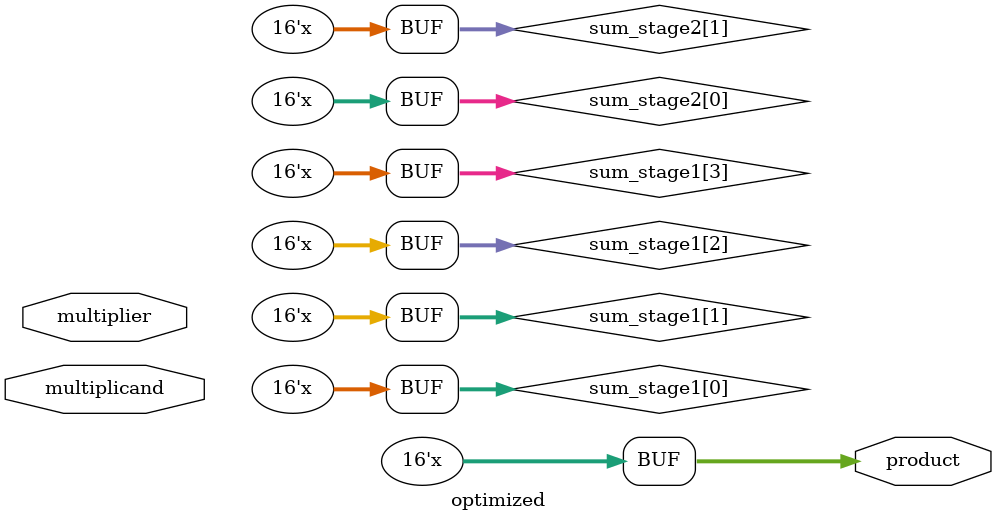
<source format=v>
module optimized(
    input [7:0] multiplicand,  // 8-bit multiplicand
    input [7:0] multiplier,    // 8-bit multiplier
    output [15:0] product      // 16-bit product output
);

wire [15:0] partial_products[7:0];  // Array to hold partial products

// Generate partial products using subexpression sharing
genvar i;
generate
    for (i = 0; i < 8; i = i + 1) begin : gen_partial_products
        assign partial_products[i] = (multiplier[i] ? {8'b0, multiplicand} << i : 16'b0);
    end
endgenerate

// Add all partial products using a binary tree reduction for further optimization
wire [15:0] sum_stage1[3:0];
wire [15:0] sum_stage2[1:0];

assign sum_stage1[0] = partial_products[0] + partial_products[1];
assign sum_stage1[1] = partial_products[2] + partial_products[3];
assign sum_stage1[2] = partial_products[4] + partial_products[5];
assign sum_stage1[3] = partial_products[6] + partial_products[7];

assign sum_stage2[0] = sum_stage1[0] + sum_stage1[1];
assign sum_stage2[1] = sum_stage1[2] + sum_stage1[3];

assign product = sum_stage2[0] + sum_stage2[1];

endmodule

</source>
